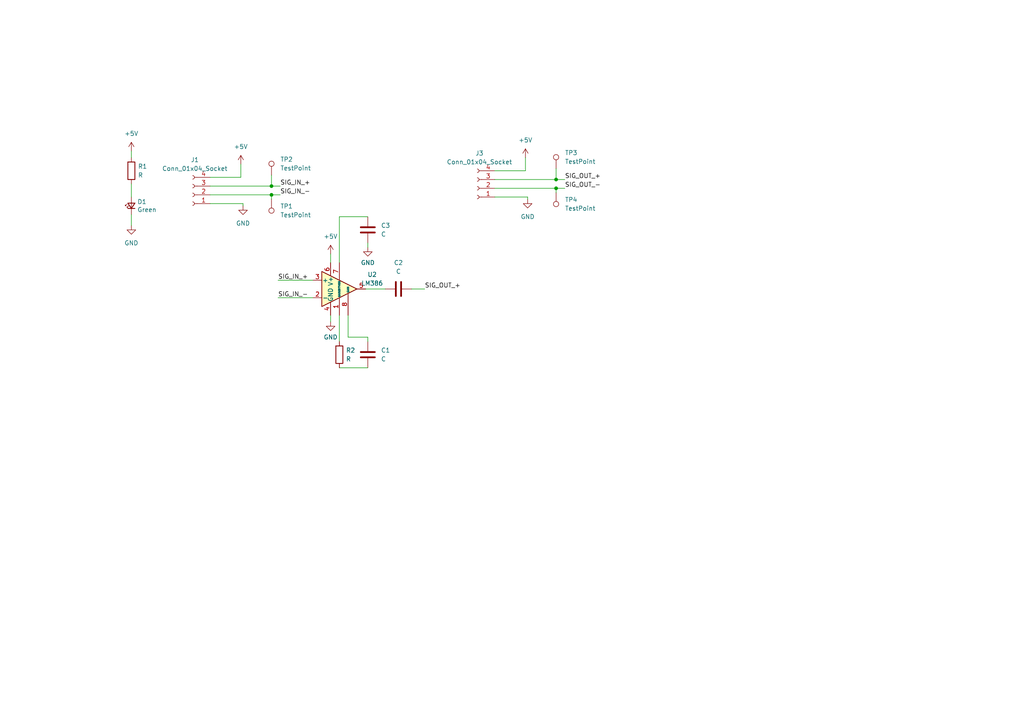
<source format=kicad_sch>
(kicad_sch (version 20230121) (generator eeschema)

  (uuid d4220c14-c1fb-40d2-a196-58ce29914158)

  (paper "A4")

  (lib_symbols
    (symbol "Amplifier_Audio:LM386" (pin_names (offset 0.127)) (in_bom yes) (on_board yes)
      (property "Reference" "U" (at 1.27 7.62 0)
        (effects (font (size 1.27 1.27)) (justify left))
      )
      (property "Value" "LM386" (at 1.27 5.08 0)
        (effects (font (size 1.27 1.27)) (justify left))
      )
      (property "Footprint" "" (at 2.54 2.54 0)
        (effects (font (size 1.27 1.27)) hide)
      )
      (property "Datasheet" "http://www.ti.com/lit/ds/symlink/lm386.pdf" (at 5.08 5.08 0)
        (effects (font (size 1.27 1.27)) hide)
      )
      (property "ki_keywords" "single Power opamp" (at 0 0 0)
        (effects (font (size 1.27 1.27)) hide)
      )
      (property "ki_description" "Low Voltage Audio Power Amplifier, DIP-8/SOIC-8/SSOP-8" (at 0 0 0)
        (effects (font (size 1.27 1.27)) hide)
      )
      (property "ki_fp_filters" "SOIC*3.9x4.9mm*P1.27mm* DIP*W7.62mm* MSSOP*P0.65mm* TSSOP*3x3mm*P0.5mm*" (at 0 0 0)
        (effects (font (size 1.27 1.27)) hide)
      )
      (symbol "LM386_0_1"
        (polyline
          (pts
            (xy 5.08 0)
            (xy -5.08 5.08)
            (xy -5.08 -5.08)
            (xy 5.08 0)
          )
          (stroke (width 0.254) (type default))
          (fill (type background))
        )
      )
      (symbol "LM386_1_1"
        (pin input line (at 0 -7.62 90) (length 5.08)
          (name "GAIN" (effects (font (size 0.508 0.508))))
          (number "1" (effects (font (size 1.27 1.27))))
        )
        (pin input line (at -7.62 -2.54 0) (length 2.54)
          (name "-" (effects (font (size 1.27 1.27))))
          (number "2" (effects (font (size 1.27 1.27))))
        )
        (pin input line (at -7.62 2.54 0) (length 2.54)
          (name "+" (effects (font (size 1.27 1.27))))
          (number "3" (effects (font (size 1.27 1.27))))
        )
        (pin power_in line (at -2.54 -7.62 90) (length 3.81)
          (name "GND" (effects (font (size 1.27 1.27))))
          (number "4" (effects (font (size 1.27 1.27))))
        )
        (pin output line (at 7.62 0 180) (length 2.54)
          (name "~" (effects (font (size 1.27 1.27))))
          (number "5" (effects (font (size 1.27 1.27))))
        )
        (pin power_in line (at -2.54 7.62 270) (length 3.81)
          (name "V+" (effects (font (size 1.27 1.27))))
          (number "6" (effects (font (size 1.27 1.27))))
        )
        (pin input line (at 0 7.62 270) (length 5.08)
          (name "BYPASS" (effects (font (size 0.508 0.508))))
          (number "7" (effects (font (size 1.27 1.27))))
        )
        (pin input line (at 2.54 -7.62 90) (length 6.35)
          (name "GAIN" (effects (font (size 0.508 0.508))))
          (number "8" (effects (font (size 1.27 1.27))))
        )
      )
    )
    (symbol "Connector:Conn_01x04_Socket" (pin_names (offset 1.016) hide) (in_bom yes) (on_board yes)
      (property "Reference" "J" (at 0 5.08 0)
        (effects (font (size 1.27 1.27)))
      )
      (property "Value" "Conn_01x04_Socket" (at 0 -7.62 0)
        (effects (font (size 1.27 1.27)))
      )
      (property "Footprint" "" (at 0 0 0)
        (effects (font (size 1.27 1.27)) hide)
      )
      (property "Datasheet" "~" (at 0 0 0)
        (effects (font (size 1.27 1.27)) hide)
      )
      (property "ki_locked" "" (at 0 0 0)
        (effects (font (size 1.27 1.27)))
      )
      (property "ki_keywords" "connector" (at 0 0 0)
        (effects (font (size 1.27 1.27)) hide)
      )
      (property "ki_description" "Generic connector, single row, 01x04, script generated" (at 0 0 0)
        (effects (font (size 1.27 1.27)) hide)
      )
      (property "ki_fp_filters" "Connector*:*_1x??_*" (at 0 0 0)
        (effects (font (size 1.27 1.27)) hide)
      )
      (symbol "Conn_01x04_Socket_1_1"
        (arc (start 0 -4.572) (mid -0.5058 -5.08) (end 0 -5.588)
          (stroke (width 0.1524) (type default))
          (fill (type none))
        )
        (arc (start 0 -2.032) (mid -0.5058 -2.54) (end 0 -3.048)
          (stroke (width 0.1524) (type default))
          (fill (type none))
        )
        (polyline
          (pts
            (xy -1.27 -5.08)
            (xy -0.508 -5.08)
          )
          (stroke (width 0.1524) (type default))
          (fill (type none))
        )
        (polyline
          (pts
            (xy -1.27 -2.54)
            (xy -0.508 -2.54)
          )
          (stroke (width 0.1524) (type default))
          (fill (type none))
        )
        (polyline
          (pts
            (xy -1.27 0)
            (xy -0.508 0)
          )
          (stroke (width 0.1524) (type default))
          (fill (type none))
        )
        (polyline
          (pts
            (xy -1.27 2.54)
            (xy -0.508 2.54)
          )
          (stroke (width 0.1524) (type default))
          (fill (type none))
        )
        (arc (start 0 0.508) (mid -0.5058 0) (end 0 -0.508)
          (stroke (width 0.1524) (type default))
          (fill (type none))
        )
        (arc (start 0 3.048) (mid -0.5058 2.54) (end 0 2.032)
          (stroke (width 0.1524) (type default))
          (fill (type none))
        )
        (pin passive line (at -5.08 2.54 0) (length 3.81)
          (name "Pin_1" (effects (font (size 1.27 1.27))))
          (number "1" (effects (font (size 1.27 1.27))))
        )
        (pin passive line (at -5.08 0 0) (length 3.81)
          (name "Pin_2" (effects (font (size 1.27 1.27))))
          (number "2" (effects (font (size 1.27 1.27))))
        )
        (pin passive line (at -5.08 -2.54 0) (length 3.81)
          (name "Pin_3" (effects (font (size 1.27 1.27))))
          (number "3" (effects (font (size 1.27 1.27))))
        )
        (pin passive line (at -5.08 -5.08 0) (length 3.81)
          (name "Pin_4" (effects (font (size 1.27 1.27))))
          (number "4" (effects (font (size 1.27 1.27))))
        )
      )
    )
    (symbol "Connector:TestPoint" (pin_numbers hide) (pin_names (offset 0.762) hide) (in_bom yes) (on_board yes)
      (property "Reference" "TP" (at 0 6.858 0)
        (effects (font (size 1.27 1.27)))
      )
      (property "Value" "TestPoint" (at 0 5.08 0)
        (effects (font (size 1.27 1.27)))
      )
      (property "Footprint" "" (at 5.08 0 0)
        (effects (font (size 1.27 1.27)) hide)
      )
      (property "Datasheet" "~" (at 5.08 0 0)
        (effects (font (size 1.27 1.27)) hide)
      )
      (property "ki_keywords" "test point tp" (at 0 0 0)
        (effects (font (size 1.27 1.27)) hide)
      )
      (property "ki_description" "test point" (at 0 0 0)
        (effects (font (size 1.27 1.27)) hide)
      )
      (property "ki_fp_filters" "Pin* Test*" (at 0 0 0)
        (effects (font (size 1.27 1.27)) hide)
      )
      (symbol "TestPoint_0_1"
        (circle (center 0 3.302) (radius 0.762)
          (stroke (width 0) (type default))
          (fill (type none))
        )
      )
      (symbol "TestPoint_1_1"
        (pin passive line (at 0 0 90) (length 2.54)
          (name "1" (effects (font (size 1.27 1.27))))
          (number "1" (effects (font (size 1.27 1.27))))
        )
      )
    )
    (symbol "Device:C" (pin_numbers hide) (pin_names (offset 0.254)) (in_bom yes) (on_board yes)
      (property "Reference" "C" (at 0.635 2.54 0)
        (effects (font (size 1.27 1.27)) (justify left))
      )
      (property "Value" "C" (at 0.635 -2.54 0)
        (effects (font (size 1.27 1.27)) (justify left))
      )
      (property "Footprint" "" (at 0.9652 -3.81 0)
        (effects (font (size 1.27 1.27)) hide)
      )
      (property "Datasheet" "~" (at 0 0 0)
        (effects (font (size 1.27 1.27)) hide)
      )
      (property "ki_keywords" "cap capacitor" (at 0 0 0)
        (effects (font (size 1.27 1.27)) hide)
      )
      (property "ki_description" "Unpolarized capacitor" (at 0 0 0)
        (effects (font (size 1.27 1.27)) hide)
      )
      (property "ki_fp_filters" "C_*" (at 0 0 0)
        (effects (font (size 1.27 1.27)) hide)
      )
      (symbol "C_0_1"
        (polyline
          (pts
            (xy -2.032 -0.762)
            (xy 2.032 -0.762)
          )
          (stroke (width 0.508) (type default))
          (fill (type none))
        )
        (polyline
          (pts
            (xy -2.032 0.762)
            (xy 2.032 0.762)
          )
          (stroke (width 0.508) (type default))
          (fill (type none))
        )
      )
      (symbol "C_1_1"
        (pin passive line (at 0 3.81 270) (length 2.794)
          (name "~" (effects (font (size 1.27 1.27))))
          (number "1" (effects (font (size 1.27 1.27))))
        )
        (pin passive line (at 0 -3.81 90) (length 2.794)
          (name "~" (effects (font (size 1.27 1.27))))
          (number "2" (effects (font (size 1.27 1.27))))
        )
      )
    )
    (symbol "Device:LED_Small" (pin_numbers hide) (pin_names (offset 0.254) hide) (in_bom yes) (on_board yes)
      (property "Reference" "D" (at -1.27 3.175 0)
        (effects (font (size 1.27 1.27)) (justify left))
      )
      (property "Value" "LED_Small" (at -4.445 -2.54 0)
        (effects (font (size 1.27 1.27)) (justify left))
      )
      (property "Footprint" "" (at 0 0 90)
        (effects (font (size 1.27 1.27)) hide)
      )
      (property "Datasheet" "~" (at 0 0 90)
        (effects (font (size 1.27 1.27)) hide)
      )
      (property "ki_keywords" "LED diode light-emitting-diode" (at 0 0 0)
        (effects (font (size 1.27 1.27)) hide)
      )
      (property "ki_description" "Light emitting diode, small symbol" (at 0 0 0)
        (effects (font (size 1.27 1.27)) hide)
      )
      (property "ki_fp_filters" "LED* LED_SMD:* LED_THT:*" (at 0 0 0)
        (effects (font (size 1.27 1.27)) hide)
      )
      (symbol "LED_Small_0_1"
        (polyline
          (pts
            (xy -0.762 -1.016)
            (xy -0.762 1.016)
          )
          (stroke (width 0.254) (type default))
          (fill (type none))
        )
        (polyline
          (pts
            (xy 1.016 0)
            (xy -0.762 0)
          )
          (stroke (width 0) (type default))
          (fill (type none))
        )
        (polyline
          (pts
            (xy 0.762 -1.016)
            (xy -0.762 0)
            (xy 0.762 1.016)
            (xy 0.762 -1.016)
          )
          (stroke (width 0.254) (type default))
          (fill (type none))
        )
        (polyline
          (pts
            (xy 0 0.762)
            (xy -0.508 1.27)
            (xy -0.254 1.27)
            (xy -0.508 1.27)
            (xy -0.508 1.016)
          )
          (stroke (width 0) (type default))
          (fill (type none))
        )
        (polyline
          (pts
            (xy 0.508 1.27)
            (xy 0 1.778)
            (xy 0.254 1.778)
            (xy 0 1.778)
            (xy 0 1.524)
          )
          (stroke (width 0) (type default))
          (fill (type none))
        )
      )
      (symbol "LED_Small_1_1"
        (pin passive line (at -2.54 0 0) (length 1.778)
          (name "K" (effects (font (size 1.27 1.27))))
          (number "1" (effects (font (size 1.27 1.27))))
        )
        (pin passive line (at 2.54 0 180) (length 1.778)
          (name "A" (effects (font (size 1.27 1.27))))
          (number "2" (effects (font (size 1.27 1.27))))
        )
      )
    )
    (symbol "Device:R" (pin_numbers hide) (pin_names (offset 0)) (in_bom yes) (on_board yes)
      (property "Reference" "R" (at 2.032 0 90)
        (effects (font (size 1.27 1.27)))
      )
      (property "Value" "R" (at 0 0 90)
        (effects (font (size 1.27 1.27)))
      )
      (property "Footprint" "" (at -1.778 0 90)
        (effects (font (size 1.27 1.27)) hide)
      )
      (property "Datasheet" "~" (at 0 0 0)
        (effects (font (size 1.27 1.27)) hide)
      )
      (property "ki_keywords" "R res resistor" (at 0 0 0)
        (effects (font (size 1.27 1.27)) hide)
      )
      (property "ki_description" "Resistor" (at 0 0 0)
        (effects (font (size 1.27 1.27)) hide)
      )
      (property "ki_fp_filters" "R_*" (at 0 0 0)
        (effects (font (size 1.27 1.27)) hide)
      )
      (symbol "R_0_1"
        (rectangle (start -1.016 -2.54) (end 1.016 2.54)
          (stroke (width 0.254) (type default))
          (fill (type none))
        )
      )
      (symbol "R_1_1"
        (pin passive line (at 0 3.81 270) (length 1.27)
          (name "~" (effects (font (size 1.27 1.27))))
          (number "1" (effects (font (size 1.27 1.27))))
        )
        (pin passive line (at 0 -3.81 90) (length 1.27)
          (name "~" (effects (font (size 1.27 1.27))))
          (number "2" (effects (font (size 1.27 1.27))))
        )
      )
    )
    (symbol "power:+5V" (power) (pin_names (offset 0)) (in_bom yes) (on_board yes)
      (property "Reference" "#PWR" (at 0 -3.81 0)
        (effects (font (size 1.27 1.27)) hide)
      )
      (property "Value" "+5V" (at 0 3.556 0)
        (effects (font (size 1.27 1.27)))
      )
      (property "Footprint" "" (at 0 0 0)
        (effects (font (size 1.27 1.27)) hide)
      )
      (property "Datasheet" "" (at 0 0 0)
        (effects (font (size 1.27 1.27)) hide)
      )
      (property "ki_keywords" "global power" (at 0 0 0)
        (effects (font (size 1.27 1.27)) hide)
      )
      (property "ki_description" "Power symbol creates a global label with name \"+5V\"" (at 0 0 0)
        (effects (font (size 1.27 1.27)) hide)
      )
      (symbol "+5V_0_1"
        (polyline
          (pts
            (xy -0.762 1.27)
            (xy 0 2.54)
          )
          (stroke (width 0) (type default))
          (fill (type none))
        )
        (polyline
          (pts
            (xy 0 0)
            (xy 0 2.54)
          )
          (stroke (width 0) (type default))
          (fill (type none))
        )
        (polyline
          (pts
            (xy 0 2.54)
            (xy 0.762 1.27)
          )
          (stroke (width 0) (type default))
          (fill (type none))
        )
      )
      (symbol "+5V_1_1"
        (pin power_in line (at 0 0 90) (length 0) hide
          (name "+5V" (effects (font (size 1.27 1.27))))
          (number "1" (effects (font (size 1.27 1.27))))
        )
      )
    )
    (symbol "power:GND" (power) (pin_names (offset 0)) (in_bom yes) (on_board yes)
      (property "Reference" "#PWR" (at 0 -6.35 0)
        (effects (font (size 1.27 1.27)) hide)
      )
      (property "Value" "GND" (at 0 -3.81 0)
        (effects (font (size 1.27 1.27)))
      )
      (property "Footprint" "" (at 0 0 0)
        (effects (font (size 1.27 1.27)) hide)
      )
      (property "Datasheet" "" (at 0 0 0)
        (effects (font (size 1.27 1.27)) hide)
      )
      (property "ki_keywords" "global power" (at 0 0 0)
        (effects (font (size 1.27 1.27)) hide)
      )
      (property "ki_description" "Power symbol creates a global label with name \"GND\" , ground" (at 0 0 0)
        (effects (font (size 1.27 1.27)) hide)
      )
      (symbol "GND_0_1"
        (polyline
          (pts
            (xy 0 0)
            (xy 0 -1.27)
            (xy 1.27 -1.27)
            (xy 0 -2.54)
            (xy -1.27 -1.27)
            (xy 0 -1.27)
          )
          (stroke (width 0) (type default))
          (fill (type none))
        )
      )
      (symbol "GND_1_1"
        (pin power_in line (at 0 0 270) (length 0) hide
          (name "GND" (effects (font (size 1.27 1.27))))
          (number "1" (effects (font (size 1.27 1.27))))
        )
      )
    )
  )

  (junction (at 78.74 56.515) (diameter 0) (color 0 0 0 0)
    (uuid 0ab7394a-5bfe-4b00-96b6-e8683fd23ab6)
  )
  (junction (at 161.29 54.61) (diameter 0) (color 0 0 0 0)
    (uuid 0ad1925f-c146-4e74-9de6-fb3680115679)
  )
  (junction (at 78.74 53.975) (diameter 0) (color 0 0 0 0)
    (uuid 3b924354-bbd9-4483-9e5a-b27a480fafd7)
  )
  (junction (at 161.29 52.07) (diameter 0) (color 0 0 0 0)
    (uuid e404abe0-3cef-4710-97a0-5810037d5ec4)
  )

  (wire (pts (xy 98.425 62.865) (xy 106.68 62.865))
    (stroke (width 0) (type default))
    (uuid 041effa9-50c9-4c7a-9ba0-dfafb5ae8614)
  )
  (wire (pts (xy 70.485 59.055) (xy 60.96 59.055))
    (stroke (width 0) (type default))
    (uuid 0c2b080f-9b8f-4df8-a974-1b297b873ac3)
  )
  (wire (pts (xy 153.035 57.785) (xy 153.035 57.15))
    (stroke (width 0) (type default))
    (uuid 0fbe5a9b-e882-4017-8ca4-060270f432f1)
  )
  (wire (pts (xy 161.29 54.61) (xy 161.29 55.88))
    (stroke (width 0) (type default))
    (uuid 15aff5e3-153d-4535-8440-07044e937d4d)
  )
  (wire (pts (xy 78.74 53.975) (xy 81.28 53.975))
    (stroke (width 0) (type default))
    (uuid 1bf2b3f5-4f0a-4ea4-9bed-966e5955cd4a)
  )
  (wire (pts (xy 69.85 51.435) (xy 60.96 51.435))
    (stroke (width 0) (type default))
    (uuid 1d08e375-9047-4ec3-a3b7-b771f0a9b4e4)
  )
  (wire (pts (xy 78.74 50.8) (xy 78.74 53.975))
    (stroke (width 0) (type default))
    (uuid 2e70d8f4-4335-4294-8d7a-511801290fa6)
  )
  (wire (pts (xy 98.425 76.2) (xy 98.425 62.865))
    (stroke (width 0) (type default))
    (uuid 37b2693e-2d3b-45e3-994c-74a8787d6ad5)
  )
  (wire (pts (xy 106.68 106.68) (xy 98.425 106.68))
    (stroke (width 0) (type default))
    (uuid 39b73784-22ca-431e-a64b-a1272e8414d2)
  )
  (wire (pts (xy 98.425 91.44) (xy 98.425 99.06))
    (stroke (width 0) (type default))
    (uuid 412afb82-14a2-450a-850d-8484a7f86f3f)
  )
  (wire (pts (xy 153.035 57.15) (xy 143.51 57.15))
    (stroke (width 0) (type default))
    (uuid 4350160a-3142-497b-8c81-78a0ed6664af)
  )
  (wire (pts (xy 95.885 91.44) (xy 95.885 93.345))
    (stroke (width 0) (type default))
    (uuid 488ea020-9e8d-4210-ab8f-025c0f18caf8)
  )
  (wire (pts (xy 161.29 52.07) (xy 163.83 52.07))
    (stroke (width 0) (type default))
    (uuid 55b55f2d-12fb-4822-9566-8c8eff1af1c5)
  )
  (wire (pts (xy 143.51 52.07) (xy 161.29 52.07))
    (stroke (width 0) (type default))
    (uuid 6500dcf5-9022-40bf-a892-1113f0ba3828)
  )
  (wire (pts (xy 38.1 53.34) (xy 38.1 57.15))
    (stroke (width 0) (type default))
    (uuid 8300ea43-60ac-451d-9330-eabf4102e9b0)
  )
  (wire (pts (xy 106.045 83.82) (xy 111.76 83.82))
    (stroke (width 0) (type default))
    (uuid 8e5e4d18-5b49-4146-961d-afbe1c533155)
  )
  (wire (pts (xy 38.1 43.815) (xy 38.1 45.72))
    (stroke (width 0) (type default))
    (uuid 8f8a2bda-1c4f-4f16-bb76-ed5590c96cfe)
  )
  (wire (pts (xy 100.965 97.79) (xy 106.68 97.79))
    (stroke (width 0) (type default))
    (uuid 942db729-93c9-4c99-89bf-d4058cdf65c3)
  )
  (wire (pts (xy 161.29 48.895) (xy 161.29 52.07))
    (stroke (width 0) (type default))
    (uuid 9b8ba5fa-dc3e-4ee1-bc68-09a8d62adc09)
  )
  (wire (pts (xy 152.4 45.72) (xy 152.4 49.53))
    (stroke (width 0) (type default))
    (uuid 9c66cb85-3441-4e87-8774-582c609ab3f2)
  )
  (wire (pts (xy 100.965 91.44) (xy 100.965 97.79))
    (stroke (width 0) (type default))
    (uuid a5aff2fb-4d72-4feb-8132-996718040f36)
  )
  (wire (pts (xy 80.645 81.28) (xy 90.805 81.28))
    (stroke (width 0) (type default))
    (uuid aea496f1-d152-4e4f-bb82-ebb9be33e238)
  )
  (wire (pts (xy 38.1 62.23) (xy 38.1 65.405))
    (stroke (width 0) (type default))
    (uuid b8cfa898-9618-4fe6-a111-672b78eaa3af)
  )
  (wire (pts (xy 95.885 73.66) (xy 95.885 76.2))
    (stroke (width 0) (type default))
    (uuid bafe4c39-3950-4a00-8453-7557ff5cd3b2)
  )
  (wire (pts (xy 70.485 59.69) (xy 70.485 59.055))
    (stroke (width 0) (type default))
    (uuid c019ebba-0f62-466f-a0db-5481f68953b2)
  )
  (wire (pts (xy 60.96 53.975) (xy 78.74 53.975))
    (stroke (width 0) (type default))
    (uuid c187b049-2a9c-4e95-ac1f-d61c92799bc9)
  )
  (wire (pts (xy 106.68 97.79) (xy 106.68 99.06))
    (stroke (width 0) (type default))
    (uuid c4c3b469-3e22-403e-8ad4-85d70066328f)
  )
  (wire (pts (xy 80.645 86.36) (xy 90.805 86.36))
    (stroke (width 0) (type default))
    (uuid cc4e9361-1c3d-40e8-90cd-ba38a00ee164)
  )
  (wire (pts (xy 69.85 47.625) (xy 69.85 51.435))
    (stroke (width 0) (type default))
    (uuid cd2c7b98-31f3-442b-9dad-a23676c6caae)
  )
  (wire (pts (xy 152.4 49.53) (xy 143.51 49.53))
    (stroke (width 0) (type default))
    (uuid d57621c6-3cb6-4d21-83c3-817b4dce768f)
  )
  (wire (pts (xy 119.38 83.82) (xy 123.19 83.82))
    (stroke (width 0) (type default))
    (uuid dbbd50c5-fa45-4ace-b3c7-dc2b6baa846d)
  )
  (wire (pts (xy 81.28 56.515) (xy 78.74 56.515))
    (stroke (width 0) (type default))
    (uuid df7d797f-0346-47a7-b26a-0bd7ce3dc29a)
  )
  (wire (pts (xy 106.68 70.485) (xy 106.68 71.755))
    (stroke (width 0) (type default))
    (uuid e0c660f2-ee9f-4c9e-8794-be5e3ab889cb)
  )
  (wire (pts (xy 78.74 56.515) (xy 78.74 57.785))
    (stroke (width 0) (type default))
    (uuid e0ea61ef-c5eb-4ad0-8377-0779605737d3)
  )
  (wire (pts (xy 161.29 54.61) (xy 143.51 54.61))
    (stroke (width 0) (type default))
    (uuid f1c198b2-160d-4ca3-a4d0-303eb6fddf92)
  )
  (wire (pts (xy 163.83 54.61) (xy 161.29 54.61))
    (stroke (width 0) (type default))
    (uuid f273669a-0127-4daa-8b80-be8b5641ec18)
  )
  (wire (pts (xy 78.74 56.515) (xy 60.96 56.515))
    (stroke (width 0) (type default))
    (uuid fd279c0b-3f40-4bca-938a-be145844a084)
  )

  (label "SIG_IN_-" (at 81.28 56.515 0) (fields_autoplaced)
    (effects (font (size 1.27 1.27)) (justify left bottom))
    (uuid 5f280a8f-f4d7-464e-ad25-388e1d6cdc65)
  )
  (label "SIG_IN_+" (at 81.28 53.975 0) (fields_autoplaced)
    (effects (font (size 1.27 1.27)) (justify left bottom))
    (uuid 67d0288b-55c0-4e91-b1d3-b322e64bb7d8)
  )
  (label "SIG_OUT_+" (at 163.83 52.07 0) (fields_autoplaced)
    (effects (font (size 1.27 1.27)) (justify left bottom))
    (uuid 6d4614e2-798a-4135-85c4-12b2fb1e8d29)
  )
  (label "SIG_OUT_-" (at 163.83 54.61 0) (fields_autoplaced)
    (effects (font (size 1.27 1.27)) (justify left bottom))
    (uuid 81db9154-5195-4a9d-9775-943d1296a4c2)
  )
  (label "SIG_IN_-" (at 80.645 86.36 0) (fields_autoplaced)
    (effects (font (size 1.27 1.27)) (justify left bottom))
    (uuid 9445d409-5f2c-4b40-8331-328364208940)
  )
  (label "SIG_IN_+" (at 80.645 81.28 0) (fields_autoplaced)
    (effects (font (size 1.27 1.27)) (justify left bottom))
    (uuid dc3690ac-47df-4971-b584-1e834b1e9f32)
  )
  (label "SIG_OUT_+" (at 123.19 83.82 0) (fields_autoplaced)
    (effects (font (size 1.27 1.27)) (justify left bottom))
    (uuid febfc078-efce-4e12-b17b-218c3dce3496)
  )

  (symbol (lib_id "power:GND") (at 95.885 93.345 0) (unit 1)
    (in_bom yes) (on_board yes) (dnp no) (fields_autoplaced)
    (uuid 0479c7d1-b463-49ee-b112-0c6520473351)
    (property "Reference" "#PWR05" (at 95.885 99.695 0)
      (effects (font (size 1.27 1.27)) hide)
    )
    (property "Value" "GND" (at 95.885 97.79 0)
      (effects (font (size 1.27 1.27)))
    )
    (property "Footprint" "" (at 95.885 93.345 0)
      (effects (font (size 1.27 1.27)) hide)
    )
    (property "Datasheet" "" (at 95.885 93.345 0)
      (effects (font (size 1.27 1.27)) hide)
    )
    (pin "1" (uuid 44f5cd43-db72-4f96-95b4-5f7bff054ede))
    (instances
      (project "HCRLAnalogAmplifier"
        (path "/d4220c14-c1fb-40d2-a196-58ce29914158"
          (reference "#PWR05") (unit 1)
        )
      )
    )
  )

  (symbol (lib_id "power:+5V") (at 38.1 43.815 0) (unit 1)
    (in_bom yes) (on_board yes) (dnp no) (fields_autoplaced)
    (uuid 072a8437-8c62-4585-9411-f88b37c176d8)
    (property "Reference" "#PWR02" (at 38.1 47.625 0)
      (effects (font (size 1.27 1.27)) hide)
    )
    (property "Value" "+5V" (at 38.1 38.735 0)
      (effects (font (size 1.27 1.27)))
    )
    (property "Footprint" "" (at 38.1 43.815 0)
      (effects (font (size 1.27 1.27)) hide)
    )
    (property "Datasheet" "" (at 38.1 43.815 0)
      (effects (font (size 1.27 1.27)) hide)
    )
    (pin "1" (uuid 66cee8a2-dd01-4e94-9cdd-ac19cfae03ac))
    (instances
      (project "HCRLAnalogAmplifier"
        (path "/d4220c14-c1fb-40d2-a196-58ce29914158"
          (reference "#PWR02") (unit 1)
        )
      )
    )
  )

  (symbol (lib_id "Connector:TestPoint") (at 78.74 57.785 180) (unit 1)
    (in_bom yes) (on_board yes) (dnp no) (fields_autoplaced)
    (uuid 0be7b0a7-3404-4627-b89f-29789523b6a0)
    (property "Reference" "TP1" (at 81.28 59.817 0)
      (effects (font (size 1.27 1.27)) (justify right))
    )
    (property "Value" "TestPoint" (at 81.28 62.357 0)
      (effects (font (size 1.27 1.27)) (justify right))
    )
    (property "Footprint" "" (at 73.66 57.785 0)
      (effects (font (size 1.27 1.27)) hide)
    )
    (property "Datasheet" "~" (at 73.66 57.785 0)
      (effects (font (size 1.27 1.27)) hide)
    )
    (pin "1" (uuid e068a3c1-5071-4140-82e0-968f409fc2c5))
    (instances
      (project "HCRLAnalogAmplifier"
        (path "/d4220c14-c1fb-40d2-a196-58ce29914158"
          (reference "TP1") (unit 1)
        )
      )
    )
  )

  (symbol (lib_id "power:+5V") (at 69.85 47.625 0) (unit 1)
    (in_bom yes) (on_board yes) (dnp no) (fields_autoplaced)
    (uuid 11af8d05-97fd-4570-b17d-2c864e8ad3f4)
    (property "Reference" "#PWR03" (at 69.85 51.435 0)
      (effects (font (size 1.27 1.27)) hide)
    )
    (property "Value" "+5V" (at 69.85 42.545 0)
      (effects (font (size 1.27 1.27)))
    )
    (property "Footprint" "" (at 69.85 47.625 0)
      (effects (font (size 1.27 1.27)) hide)
    )
    (property "Datasheet" "" (at 69.85 47.625 0)
      (effects (font (size 1.27 1.27)) hide)
    )
    (pin "1" (uuid 054d4527-97e9-4c74-9ede-5bd1be8ed75c))
    (instances
      (project "HCRLAnalogAmplifier"
        (path "/d4220c14-c1fb-40d2-a196-58ce29914158"
          (reference "#PWR03") (unit 1)
        )
      )
    )
  )

  (symbol (lib_id "power:GND") (at 70.485 59.69 0) (unit 1)
    (in_bom yes) (on_board yes) (dnp no) (fields_autoplaced)
    (uuid 13810183-422d-47f7-8106-978408ec2797)
    (property "Reference" "#PWR04" (at 70.485 66.04 0)
      (effects (font (size 1.27 1.27)) hide)
    )
    (property "Value" "GND" (at 70.485 64.77 0)
      (effects (font (size 1.27 1.27)))
    )
    (property "Footprint" "" (at 70.485 59.69 0)
      (effects (font (size 1.27 1.27)) hide)
    )
    (property "Datasheet" "" (at 70.485 59.69 0)
      (effects (font (size 1.27 1.27)) hide)
    )
    (pin "1" (uuid 1e0b19f1-a441-431e-9da6-d53d5aef7df6))
    (instances
      (project "HCRLAnalogAmplifier"
        (path "/d4220c14-c1fb-40d2-a196-58ce29914158"
          (reference "#PWR04") (unit 1)
        )
      )
    )
  )

  (symbol (lib_id "Device:R") (at 38.1 49.53 0) (unit 1)
    (in_bom yes) (on_board yes) (dnp no) (fields_autoplaced)
    (uuid 19a482bf-5954-48dc-b7ba-321d6dc9d090)
    (property "Reference" "R1" (at 40.005 48.26 0)
      (effects (font (size 1.27 1.27)) (justify left))
    )
    (property "Value" "R" (at 40.005 50.8 0)
      (effects (font (size 1.27 1.27)) (justify left))
    )
    (property "Footprint" "" (at 36.322 49.53 90)
      (effects (font (size 1.27 1.27)) hide)
    )
    (property "Datasheet" "~" (at 38.1 49.53 0)
      (effects (font (size 1.27 1.27)) hide)
    )
    (pin "1" (uuid 4abc0a0e-b51a-4dfb-8bfd-d700578e69ff))
    (pin "2" (uuid 2ec5bf27-a1df-4337-bd99-8dd1dbd6a4bf))
    (instances
      (project "HCRLAnalogAmplifier"
        (path "/d4220c14-c1fb-40d2-a196-58ce29914158"
          (reference "R1") (unit 1)
        )
      )
    )
  )

  (symbol (lib_id "Device:LED_Small") (at 38.1 59.69 90) (unit 1)
    (in_bom yes) (on_board yes) (dnp no)
    (uuid 25d1bcf1-9bdd-4690-8986-9bab19ac1a9f)
    (property "Reference" "D25" (at 39.8272 58.5216 90)
      (effects (font (size 1.27 1.27)) (justify right))
    )
    (property "Value" "Green" (at 39.8272 60.833 90)
      (effects (font (size 1.27 1.27)) (justify right))
    )
    (property "Footprint" "LED_SMD:LED_0805_2012Metric_Pad1.15x1.40mm_HandSolder" (at 38.1 59.69 90)
      (effects (font (size 1.27 1.27)) hide)
    )
    (property "Datasheet" "" (at 38.1 59.69 90)
      (effects (font (size 1.27 1.27)) hide)
    )
    (property "P/N" "LHR971-KN1" (at 38.1 59.69 0)
      (effects (font (size 1.27 1.27)) hide)
    )
    (pin "1" (uuid bb6db5ea-bced-431b-9e1d-598f344b685a))
    (pin "2" (uuid 24e40079-f53e-4389-820d-e82a96c534aa))
    (instances
      (project "BPS-LeaderDaughter"
        (path "/2e9f4f51-d216-4952-a31c-e7104e0d4b1e/ae57cd3a-fadb-4313-835a-95d5b185a797"
          (reference "D25") (unit 1)
        )
        (path "/2e9f4f51-d216-4952-a31c-e7104e0d4b1e/5e4c6ec4-73d4-4ed3-a75f-02eb4f9ac8b3"
          (reference "D26") (unit 1)
        )
        (path "/2e9f4f51-d216-4952-a31c-e7104e0d4b1e/bb673292-4a5d-469b-b6b6-0dc7df3c162d"
          (reference "D27") (unit 1)
        )
      )
      (project "ContactorDriver"
        (path "/aaa5c8ef-bb12-4c4a-bd2b-ddbca3d09ae8"
          (reference "D2") (unit 1)
        )
      )
      (project "HCRLAnalogAmplifier"
        (path "/d4220c14-c1fb-40d2-a196-58ce29914158"
          (reference "D1") (unit 1)
        )
      )
    )
  )

  (symbol (lib_id "Connector:TestPoint") (at 161.29 55.88 180) (unit 1)
    (in_bom yes) (on_board yes) (dnp no) (fields_autoplaced)
    (uuid 2b04d7d5-f44e-4381-a2a6-6684f20c27e4)
    (property "Reference" "TP4" (at 163.83 57.912 0)
      (effects (font (size 1.27 1.27)) (justify right))
    )
    (property "Value" "TestPoint" (at 163.83 60.452 0)
      (effects (font (size 1.27 1.27)) (justify right))
    )
    (property "Footprint" "" (at 156.21 55.88 0)
      (effects (font (size 1.27 1.27)) hide)
    )
    (property "Datasheet" "~" (at 156.21 55.88 0)
      (effects (font (size 1.27 1.27)) hide)
    )
    (pin "1" (uuid 58441818-8e96-4dca-889c-c1d5df94b6b2))
    (instances
      (project "HCRLAnalogAmplifier"
        (path "/d4220c14-c1fb-40d2-a196-58ce29914158"
          (reference "TP4") (unit 1)
        )
      )
    )
  )

  (symbol (lib_id "Connector:TestPoint") (at 161.29 48.895 0) (unit 1)
    (in_bom yes) (on_board yes) (dnp no) (fields_autoplaced)
    (uuid 2e946d08-8d11-4eb1-a749-f58306eec3e2)
    (property "Reference" "TP3" (at 163.83 44.323 0)
      (effects (font (size 1.27 1.27)) (justify left))
    )
    (property "Value" "TestPoint" (at 163.83 46.863 0)
      (effects (font (size 1.27 1.27)) (justify left))
    )
    (property "Footprint" "" (at 166.37 48.895 0)
      (effects (font (size 1.27 1.27)) hide)
    )
    (property "Datasheet" "~" (at 166.37 48.895 0)
      (effects (font (size 1.27 1.27)) hide)
    )
    (pin "1" (uuid c27b055a-cc2c-40a6-9515-c173f36d1c23))
    (instances
      (project "HCRLAnalogAmplifier"
        (path "/d4220c14-c1fb-40d2-a196-58ce29914158"
          (reference "TP3") (unit 1)
        )
      )
    )
  )

  (symbol (lib_id "power:+5V") (at 152.4 45.72 0) (unit 1)
    (in_bom yes) (on_board yes) (dnp no) (fields_autoplaced)
    (uuid 352e03bc-6987-4592-9ddd-706b7c394577)
    (property "Reference" "#PWR09" (at 152.4 49.53 0)
      (effects (font (size 1.27 1.27)) hide)
    )
    (property "Value" "+5V" (at 152.4 40.64 0)
      (effects (font (size 1.27 1.27)))
    )
    (property "Footprint" "" (at 152.4 45.72 0)
      (effects (font (size 1.27 1.27)) hide)
    )
    (property "Datasheet" "" (at 152.4 45.72 0)
      (effects (font (size 1.27 1.27)) hide)
    )
    (pin "1" (uuid c6660323-1d48-4712-b88f-c8691f4a780b))
    (instances
      (project "HCRLAnalogAmplifier"
        (path "/d4220c14-c1fb-40d2-a196-58ce29914158"
          (reference "#PWR09") (unit 1)
        )
      )
    )
  )

  (symbol (lib_id "Connector:Conn_01x04_Socket") (at 55.88 56.515 180) (unit 1)
    (in_bom yes) (on_board yes) (dnp no) (fields_autoplaced)
    (uuid 448da5ca-4d9d-4fd0-a31d-216d68a7926c)
    (property "Reference" "J1" (at 56.515 46.355 0)
      (effects (font (size 1.27 1.27)))
    )
    (property "Value" "Conn_01x04_Socket" (at 56.515 48.895 0)
      (effects (font (size 1.27 1.27)))
    )
    (property "Footprint" "" (at 55.88 56.515 0)
      (effects (font (size 1.27 1.27)) hide)
    )
    (property "Datasheet" "~" (at 55.88 56.515 0)
      (effects (font (size 1.27 1.27)) hide)
    )
    (pin "1" (uuid 8b3dd5aa-ffae-4cd1-bf4b-80be2a8c5bc5))
    (pin "2" (uuid c18b4da6-fab4-4843-80e1-37b69e920140))
    (pin "3" (uuid 9ae0a787-ef17-4c75-8015-e52f5cb30f3b))
    (pin "4" (uuid 04d43873-3042-4db4-bedc-5ac51e2afdc9))
    (instances
      (project "HCRLAnalogAmplifier"
        (path "/d4220c14-c1fb-40d2-a196-58ce29914158"
          (reference "J1") (unit 1)
        )
      )
    )
  )

  (symbol (lib_id "Device:C") (at 115.57 83.82 90) (unit 1)
    (in_bom yes) (on_board yes) (dnp no) (fields_autoplaced)
    (uuid 4940fd38-2459-4e00-910d-e4648da2230e)
    (property "Reference" "C2" (at 115.57 76.2 90)
      (effects (font (size 1.27 1.27)))
    )
    (property "Value" "C" (at 115.57 78.74 90)
      (effects (font (size 1.27 1.27)))
    )
    (property "Footprint" "Capacitor_SMD:C_0805_2012Metric" (at 119.38 82.8548 0)
      (effects (font (size 1.27 1.27)) hide)
    )
    (property "Datasheet" "~" (at 115.57 83.82 0)
      (effects (font (size 1.27 1.27)) hide)
    )
    (pin "1" (uuid 07e0a37c-2a64-4b98-bd89-63768c539c17))
    (pin "2" (uuid 3136c95c-bf4f-42c9-a02e-c90e5b97de37))
    (instances
      (project "HCRLAnalogAmplifier"
        (path "/d4220c14-c1fb-40d2-a196-58ce29914158"
          (reference "C2") (unit 1)
        )
      )
    )
  )

  (symbol (lib_id "Device:R") (at 98.425 102.87 0) (unit 1)
    (in_bom yes) (on_board yes) (dnp no) (fields_autoplaced)
    (uuid 4d23c456-722c-4b11-8da8-43c4b5dc3f0f)
    (property "Reference" "R2" (at 100.33 101.6 0)
      (effects (font (size 1.27 1.27)) (justify left))
    )
    (property "Value" "R" (at 100.33 104.14 0)
      (effects (font (size 1.27 1.27)) (justify left))
    )
    (property "Footprint" "Resistor_SMD:R_0805_2012Metric" (at 96.647 102.87 90)
      (effects (font (size 1.27 1.27)) hide)
    )
    (property "Datasheet" "~" (at 98.425 102.87 0)
      (effects (font (size 1.27 1.27)) hide)
    )
    (pin "1" (uuid f47ebe9c-02ae-4a1a-9bc0-5a3d8612d8b7))
    (pin "2" (uuid fcb9e01d-ef8c-4add-a335-bd10f0ffbda1))
    (instances
      (project "HCRLAnalogAmplifier"
        (path "/d4220c14-c1fb-40d2-a196-58ce29914158"
          (reference "R2") (unit 1)
        )
      )
    )
  )

  (symbol (lib_id "power:+5V") (at 95.885 73.66 0) (unit 1)
    (in_bom yes) (on_board yes) (dnp no) (fields_autoplaced)
    (uuid 5413a7f6-529e-4d95-9211-ee723f1b05b1)
    (property "Reference" "#PWR06" (at 95.885 77.47 0)
      (effects (font (size 1.27 1.27)) hide)
    )
    (property "Value" "+5V" (at 95.885 68.58 0)
      (effects (font (size 1.27 1.27)))
    )
    (property "Footprint" "" (at 95.885 73.66 0)
      (effects (font (size 1.27 1.27)) hide)
    )
    (property "Datasheet" "" (at 95.885 73.66 0)
      (effects (font (size 1.27 1.27)) hide)
    )
    (pin "1" (uuid 8d3d0fb3-afe9-439b-a474-6b8c791d475b))
    (instances
      (project "HCRLAnalogAmplifier"
        (path "/d4220c14-c1fb-40d2-a196-58ce29914158"
          (reference "#PWR06") (unit 1)
        )
      )
    )
  )

  (symbol (lib_id "Device:C") (at 106.68 102.87 0) (unit 1)
    (in_bom yes) (on_board yes) (dnp no) (fields_autoplaced)
    (uuid 5fd015fd-c2ad-4f1c-a8de-15188b26d504)
    (property "Reference" "C1" (at 110.49 101.6 0)
      (effects (font (size 1.27 1.27)) (justify left))
    )
    (property "Value" "C" (at 110.49 104.14 0)
      (effects (font (size 1.27 1.27)) (justify left))
    )
    (property "Footprint" "Capacitor_SMD:C_0805_2012Metric" (at 107.6452 106.68 0)
      (effects (font (size 1.27 1.27)) hide)
    )
    (property "Datasheet" "~" (at 106.68 102.87 0)
      (effects (font (size 1.27 1.27)) hide)
    )
    (pin "1" (uuid af15ec2d-eeeb-4fdc-b9ea-5113bfa1c7f5))
    (pin "2" (uuid a65fa4d9-028e-45a6-9cde-abc8ed7dcff6))
    (instances
      (project "HCRLAnalogAmplifier"
        (path "/d4220c14-c1fb-40d2-a196-58ce29914158"
          (reference "C1") (unit 1)
        )
      )
    )
  )

  (symbol (lib_id "Device:C") (at 106.68 66.675 0) (unit 1)
    (in_bom yes) (on_board yes) (dnp no) (fields_autoplaced)
    (uuid 6122b40b-b80e-4f84-a75d-0caf8dfb8928)
    (property "Reference" "C3" (at 110.49 65.405 0)
      (effects (font (size 1.27 1.27)) (justify left))
    )
    (property "Value" "C" (at 110.49 67.945 0)
      (effects (font (size 1.27 1.27)) (justify left))
    )
    (property "Footprint" "Capacitor_SMD:C_0805_2012Metric" (at 107.6452 70.485 0)
      (effects (font (size 1.27 1.27)) hide)
    )
    (property "Datasheet" "~" (at 106.68 66.675 0)
      (effects (font (size 1.27 1.27)) hide)
    )
    (pin "1" (uuid 5ab296ce-c262-4249-81fb-e5736e242593))
    (pin "2" (uuid 46e2cf6e-3e07-40da-8ec8-aae3d4440ac8))
    (instances
      (project "HCRLAnalogAmplifier"
        (path "/d4220c14-c1fb-40d2-a196-58ce29914158"
          (reference "C3") (unit 1)
        )
      )
    )
  )

  (symbol (lib_id "Connector:TestPoint") (at 78.74 50.8 0) (unit 1)
    (in_bom yes) (on_board yes) (dnp no) (fields_autoplaced)
    (uuid 8c458224-1837-4add-9f77-68dc2b960257)
    (property "Reference" "TP2" (at 81.28 46.228 0)
      (effects (font (size 1.27 1.27)) (justify left))
    )
    (property "Value" "TestPoint" (at 81.28 48.768 0)
      (effects (font (size 1.27 1.27)) (justify left))
    )
    (property "Footprint" "" (at 83.82 50.8 0)
      (effects (font (size 1.27 1.27)) hide)
    )
    (property "Datasheet" "~" (at 83.82 50.8 0)
      (effects (font (size 1.27 1.27)) hide)
    )
    (pin "1" (uuid 219c03ba-2d96-4bb6-bf68-323edfb07dc7))
    (instances
      (project "HCRLAnalogAmplifier"
        (path "/d4220c14-c1fb-40d2-a196-58ce29914158"
          (reference "TP2") (unit 1)
        )
      )
    )
  )

  (symbol (lib_id "Connector:Conn_01x04_Socket") (at 138.43 54.61 180) (unit 1)
    (in_bom yes) (on_board yes) (dnp no) (fields_autoplaced)
    (uuid 951ad372-0ac1-400e-ad24-ad14981d906f)
    (property "Reference" "J3" (at 139.065 44.45 0)
      (effects (font (size 1.27 1.27)))
    )
    (property "Value" "Conn_01x04_Socket" (at 139.065 46.99 0)
      (effects (font (size 1.27 1.27)))
    )
    (property "Footprint" "" (at 138.43 54.61 0)
      (effects (font (size 1.27 1.27)) hide)
    )
    (property "Datasheet" "~" (at 138.43 54.61 0)
      (effects (font (size 1.27 1.27)) hide)
    )
    (pin "1" (uuid 03f6807d-1341-4e09-8a50-c561160589be))
    (pin "2" (uuid 12f582da-5dc8-47ee-850c-3f398a3bc65c))
    (pin "3" (uuid d5dd6a32-5757-4ac0-a677-45c610b89045))
    (pin "4" (uuid 16a1b01f-5754-41d6-b314-599d6724d923))
    (instances
      (project "HCRLAnalogAmplifier"
        (path "/d4220c14-c1fb-40d2-a196-58ce29914158"
          (reference "J3") (unit 1)
        )
      )
    )
  )

  (symbol (lib_id "Amplifier_Audio:LM386") (at 98.425 83.82 0) (unit 1)
    (in_bom yes) (on_board yes) (dnp no) (fields_autoplaced)
    (uuid 97e1c644-d86a-4c99-bdbe-5c159c5bf283)
    (property "Reference" "U2" (at 107.95 79.6291 0)
      (effects (font (size 1.27 1.27)))
    )
    (property "Value" "LM386" (at 107.95 82.1691 0)
      (effects (font (size 1.27 1.27)))
    )
    (property "Footprint" "" (at 100.965 81.28 0)
      (effects (font (size 1.27 1.27)) hide)
    )
    (property "Datasheet" "http://www.ti.com/lit/ds/symlink/lm386.pdf" (at 103.505 78.74 0)
      (effects (font (size 1.27 1.27)) hide)
    )
    (pin "1" (uuid 306bf7b9-db28-4253-b748-9e5611f630c8))
    (pin "2" (uuid aea83db0-7c49-47d3-b204-4ed51701cc6e))
    (pin "3" (uuid 451cd62f-8db7-4057-b63a-0f045bc80237))
    (pin "4" (uuid 989e8d85-2608-4ff3-83f0-15feca21b823))
    (pin "5" (uuid 9ff9dc5f-6df3-4e56-93cc-6d2dfeadc859))
    (pin "6" (uuid 6a3c1c5f-103c-4e84-b383-0137b77a840b))
    (pin "7" (uuid 25bec83e-b6b0-47a0-ae6e-ab6bfb66c1a0))
    (pin "8" (uuid 7c6a307c-19ad-4817-932a-5b90f4f0c304))
    (instances
      (project "HCRLAnalogAmplifier"
        (path "/d4220c14-c1fb-40d2-a196-58ce29914158"
          (reference "U2") (unit 1)
        )
      )
    )
  )

  (symbol (lib_id "power:GND") (at 38.1 65.405 0) (unit 1)
    (in_bom yes) (on_board yes) (dnp no) (fields_autoplaced)
    (uuid c24935b8-2e7e-4171-b967-923dff0fb7e0)
    (property "Reference" "#PWR01" (at 38.1 71.755 0)
      (effects (font (size 1.27 1.27)) hide)
    )
    (property "Value" "GND" (at 38.1 70.485 0)
      (effects (font (size 1.27 1.27)))
    )
    (property "Footprint" "" (at 38.1 65.405 0)
      (effects (font (size 1.27 1.27)) hide)
    )
    (property "Datasheet" "" (at 38.1 65.405 0)
      (effects (font (size 1.27 1.27)) hide)
    )
    (pin "1" (uuid 89169ca1-7741-4416-b3ba-b51214a579b9))
    (instances
      (project "HCRLAnalogAmplifier"
        (path "/d4220c14-c1fb-40d2-a196-58ce29914158"
          (reference "#PWR01") (unit 1)
        )
      )
    )
  )

  (symbol (lib_id "power:GND") (at 106.68 71.755 0) (unit 1)
    (in_bom yes) (on_board yes) (dnp no) (fields_autoplaced)
    (uuid e0697b46-ee21-4460-8df7-9d0b23278032)
    (property "Reference" "#PWR07" (at 106.68 78.105 0)
      (effects (font (size 1.27 1.27)) hide)
    )
    (property "Value" "GND" (at 106.68 76.2 0)
      (effects (font (size 1.27 1.27)))
    )
    (property "Footprint" "" (at 106.68 71.755 0)
      (effects (font (size 1.27 1.27)) hide)
    )
    (property "Datasheet" "" (at 106.68 71.755 0)
      (effects (font (size 1.27 1.27)) hide)
    )
    (pin "1" (uuid cda5e44a-9431-4697-8953-a24b6122d635))
    (instances
      (project "HCRLAnalogAmplifier"
        (path "/d4220c14-c1fb-40d2-a196-58ce29914158"
          (reference "#PWR07") (unit 1)
        )
      )
    )
  )

  (symbol (lib_id "power:GND") (at 153.035 57.785 0) (unit 1)
    (in_bom yes) (on_board yes) (dnp no) (fields_autoplaced)
    (uuid eb4d2d14-7bed-4028-99d6-1fe5fb739a89)
    (property "Reference" "#PWR010" (at 153.035 64.135 0)
      (effects (font (size 1.27 1.27)) hide)
    )
    (property "Value" "GND" (at 153.035 62.865 0)
      (effects (font (size 1.27 1.27)))
    )
    (property "Footprint" "" (at 153.035 57.785 0)
      (effects (font (size 1.27 1.27)) hide)
    )
    (property "Datasheet" "" (at 153.035 57.785 0)
      (effects (font (size 1.27 1.27)) hide)
    )
    (pin "1" (uuid f86ce5f4-b6d8-498a-a0a2-41a0e4d67350))
    (instances
      (project "HCRLAnalogAmplifier"
        (path "/d4220c14-c1fb-40d2-a196-58ce29914158"
          (reference "#PWR010") (unit 1)
        )
      )
    )
  )

  (sheet_instances
    (path "/" (page "1"))
  )
)

</source>
